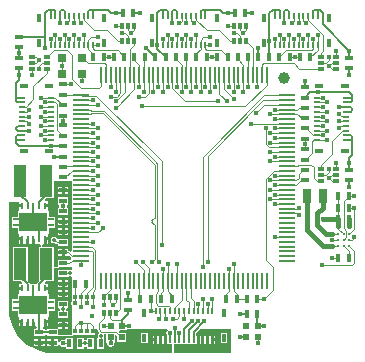
<source format=gtl>
G04*
G04 #@! TF.GenerationSoftware,Altium Limited,Altium Designer,25.8.1 (18)*
G04*
G04 Layer_Physical_Order=1*
G04 Layer_Color=255*
%FSLAX44Y44*%
%MOMM*%
G71*
G04*
G04 #@! TF.SameCoordinates,89BD97E8-7FFC-4123-A3EE-04367D590976*
G04*
G04*
G04 #@! TF.FilePolarity,Positive*
G04*
G01*
G75*
%ADD10C,0.1000*%
%ADD12R,0.5000X0.2500*%
%ADD13R,2.4000X1.6500*%
%ADD14R,0.2400X0.6000*%
%ADD15R,0.7000X0.4000*%
%ADD16R,0.4000X0.7000*%
%ADD17R,1.0000X2.7000*%
%ADD18R,0.3200X0.6500*%
%ADD19R,0.2200X0.4750*%
%ADD20R,0.4750X0.2200*%
%ADD21R,0.6500X0.3200*%
%ADD22R,1.4500X0.2000*%
%ADD23R,0.2000X1.4500*%
%ADD24R,0.3000X0.4500*%
%ADD25R,0.5500X0.5500*%
%ADD26R,0.7800X0.6800*%
%ADD27C,0.2500*%
%ADD28R,0.8000X1.3000*%
%ADD29R,0.3000X0.5000*%
%ADD30R,0.5000X0.3000*%
%ADD52C,1.0000*%
%ADD53C,0.2000*%
%ADD54C,0.4000*%
%ADD55C,0.0500*%
%ADD56C,0.3500*%
%ADD57C,0.4000*%
G36*
X54750Y143270D02*
X54750Y142000D01*
X54750D01*
Y142000D01*
X54750Y142000D01*
Y131270D01*
X54750Y130000D01*
X54750D01*
Y130000D01*
X54750Y130000D01*
Y126000D01*
Y115270D01*
X54750Y114000D01*
X54750D01*
Y114000D01*
X54750Y114000D01*
Y103270D01*
X54750Y102000D01*
X54750D01*
Y102000D01*
X54750Y102000D01*
Y91270D01*
X54750Y90000D01*
X54750D01*
Y90000D01*
X54750Y90000D01*
Y88205D01*
X53577Y87719D01*
X53148Y88148D01*
X52000Y88624D01*
Y90000D01*
X48770D01*
Y87000D01*
Y84000D01*
X52000D01*
X52000Y84000D01*
Y84000D01*
X53121Y83583D01*
X53852Y82852D01*
X54249Y82687D01*
Y81313D01*
X53852Y81148D01*
X53270Y80566D01*
X52000Y81000D01*
Y81000D01*
X43000D01*
Y75000D01*
X39500D01*
Y92000D01*
X30000D01*
Y93354D01*
X30300Y94500D01*
X31230Y94500D01*
Y98500D01*
X32500D01*
Y99770D01*
X34700D01*
X34700Y102311D01*
X35500Y103250D01*
X35500Y103439D01*
Y107750D01*
X40500D01*
Y112250D01*
X40500D01*
Y112750D01*
X40500D01*
Y117250D01*
X35500D01*
Y121750D01*
X35500D01*
X34700Y122500D01*
Y125230D01*
X32500D01*
Y127770D01*
X34700D01*
Y130500D01*
X32543D01*
X32057Y131673D01*
X33384Y133000D01*
X39500D01*
Y147500D01*
X54750D01*
Y143270D01*
D02*
G37*
G36*
X55000Y73229D02*
X53924Y72250D01*
X53203D01*
X52000Y72500D01*
Y72500D01*
X52000Y72500D01*
X43000D01*
Y66500D01*
X52000D01*
X52000Y66500D01*
Y66500D01*
X53203Y66750D01*
X54297D01*
X55000Y66280D01*
Y52500D01*
Y45743D01*
X54957Y45699D01*
X54500Y44597D01*
Y43403D01*
X54957Y42301D01*
X55000Y42257D01*
Y24000D01*
Y17500D01*
X43250D01*
Y21230D01*
X43250Y22500D01*
X44270Y22500D01*
X46230D01*
Y24230D01*
X43000D01*
Y23770D01*
X43000Y22500D01*
X41980Y22500D01*
X34250D01*
Y21539D01*
X32000D01*
Y22500D01*
X30825D01*
X30413Y23230D01*
X31079Y24500D01*
X31230D01*
Y28500D01*
X32500D01*
Y29770D01*
X34700D01*
X34700Y32311D01*
X35500Y33250D01*
X35500Y33439D01*
Y37750D01*
X40500D01*
Y42250D01*
X40500D01*
Y42750D01*
X40500D01*
Y47250D01*
X35500D01*
Y51750D01*
X35500D01*
X34700Y52500D01*
Y55230D01*
X32500D01*
Y57770D01*
X34700D01*
Y60500D01*
X32543D01*
X32057Y61673D01*
X33384Y63000D01*
X39500D01*
Y73918D01*
X43000D01*
X43765Y74235D01*
X44082Y75000D01*
X55000D01*
Y73229D01*
D02*
G37*
G36*
X10300Y127770D02*
X12500D01*
Y125230D01*
X10300D01*
Y122689D01*
X9500Y121750D01*
X9500D01*
Y117250D01*
X4500D01*
Y112750D01*
X4500D01*
Y112250D01*
X4500D01*
Y107750D01*
X9500D01*
X9500Y103250D01*
X10300Y102311D01*
X10300Y101980D01*
Y99770D01*
X12500D01*
Y98500D01*
X13770D01*
Y94500D01*
X14030D01*
X14700Y94500D01*
X15970Y94500D01*
X16230D01*
Y98500D01*
X18770D01*
Y94500D01*
X19030D01*
X19700Y94500D01*
X20970Y94500D01*
X21230D01*
Y98500D01*
X23770D01*
Y94500D01*
X24030D01*
X24700Y94500D01*
X25970Y94500D01*
X28280D01*
X28420Y94319D01*
X28918Y93354D01*
Y92000D01*
X27500D01*
Y63000D01*
X27500Y63000D01*
X27500D01*
X26719Y62103D01*
X26058Y61442D01*
X25763Y61000D01*
X24700Y60500D01*
X20608Y60500D01*
X20008Y60637D01*
X19237Y61000D01*
X18942Y61442D01*
X18275Y62109D01*
X17500Y63000D01*
X17500D01*
X17500Y63000D01*
Y92000D01*
X5500D01*
Y63000D01*
X11616D01*
X12943Y61673D01*
X12457Y60500D01*
X10300D01*
Y57770D01*
X12500D01*
Y55230D01*
X10300D01*
X10300Y52689D01*
X9500Y51750D01*
X9500Y51561D01*
Y47250D01*
X4500D01*
Y42750D01*
X4500D01*
Y42250D01*
X4500D01*
Y37750D01*
X9500D01*
X9500Y33250D01*
X10300Y32311D01*
X10300Y31980D01*
Y29770D01*
X12500D01*
Y28500D01*
X13770D01*
Y24500D01*
X14030D01*
X14700Y24500D01*
X15970Y24500D01*
X16230D01*
Y28500D01*
X18770D01*
Y24500D01*
X19030D01*
X19700Y24500D01*
X20970Y24500D01*
X21230D01*
Y28500D01*
X23770D01*
Y24500D01*
X24363D01*
X25187Y23432D01*
X24926Y22500D01*
X23000D01*
Y16500D01*
X32000D01*
Y17461D01*
X34250D01*
Y16500D01*
X43051D01*
X43250Y16418D01*
X55000D01*
X55765Y16735D01*
X56082Y17500D01*
X68730D01*
X70000Y17500D01*
Y17500D01*
X70000D01*
Y17500D01*
X75000D01*
Y22500D01*
X76376Y22500D01*
Y22000D01*
X76852Y20852D01*
X77982Y19722D01*
X77942Y18331D01*
X77169Y17558D01*
X76750Y16547D01*
Y15453D01*
X76898Y15096D01*
X76500Y14500D01*
X76500D01*
Y5500D01*
X82500D01*
Y14500D01*
X82500D01*
X82102Y15096D01*
X82250Y15453D01*
Y16547D01*
X82018Y17106D01*
X82597Y18231D01*
X82730Y18348D01*
X84000Y18235D01*
Y11500D01*
X84146D01*
X84750Y10597D01*
Y9403D01*
X85207Y8301D01*
X86051Y7457D01*
X87153Y7000D01*
X88347D01*
X89449Y7457D01*
X90293Y8301D01*
X90750Y9403D01*
Y10597D01*
X91354Y11500D01*
X91500D01*
Y16668D01*
X92660Y17175D01*
X93500Y16505D01*
Y11500D01*
X101000D01*
Y19000D01*
X95802D01*
X95068Y19891D01*
X95541Y21000D01*
X101000D01*
Y21000D01*
X102270Y21805D01*
X102403Y21750D01*
X103597D01*
X104699Y22207D01*
X104993Y22500D01*
X135544Y22500D01*
X135987Y21230D01*
X135457Y20699D01*
X135000Y19597D01*
Y18403D01*
X135366Y17520D01*
X135270Y17285D01*
Y12875D01*
Y9500D01*
X140000D01*
Y1624D01*
X40000D01*
X39766Y1527D01*
X33979Y1982D01*
X28105Y3392D01*
X22525Y5704D01*
X17375Y8860D01*
X12782Y12782D01*
X8860Y17375D01*
X5704Y22525D01*
X3392Y28105D01*
X1982Y33979D01*
X1527Y39766D01*
X1624Y40000D01*
Y130000D01*
X10300D01*
Y127770D01*
D02*
G37*
G36*
X190000Y1624D02*
X141082D01*
Y9500D01*
X160730D01*
Y12875D01*
Y16250D01*
X160039D01*
Y19155D01*
X163384Y22500D01*
X190000D01*
Y1624D01*
D02*
G37*
%LPC*%
G36*
X52000Y142500D02*
X48770D01*
Y140770D01*
X52000D01*
Y142500D01*
D02*
G37*
G36*
X46230D02*
X43000D01*
Y140770D01*
X46230D01*
Y142500D01*
D02*
G37*
G36*
X52000Y138230D02*
X48770D01*
Y136500D01*
X52000D01*
Y138230D01*
D02*
G37*
G36*
X46230D02*
X43000D01*
Y136500D01*
X46230D01*
Y138230D01*
D02*
G37*
G36*
X52000Y133500D02*
X43000D01*
Y127500D01*
X44064D01*
X44500Y126847D01*
Y125653D01*
X44064Y125000D01*
X43000D01*
Y119000D01*
X52000D01*
Y125000D01*
X50936D01*
X50500Y125653D01*
Y126847D01*
X50936Y127500D01*
X52000D01*
Y133500D01*
D02*
G37*
G36*
Y116000D02*
X48770D01*
Y114270D01*
X52000D01*
Y116000D01*
D02*
G37*
G36*
X46230D02*
X43000D01*
Y114270D01*
X46230D01*
Y116000D01*
D02*
G37*
G36*
X52000Y111730D02*
X48770D01*
Y110000D01*
X52000D01*
Y111730D01*
D02*
G37*
G36*
X46230D02*
X43000D01*
Y110000D01*
X46230D01*
Y111730D01*
D02*
G37*
G36*
X52000Y107500D02*
X48770D01*
Y105770D01*
X52000D01*
Y107500D01*
D02*
G37*
G36*
X46230D02*
X43000D01*
Y105770D01*
X46230D01*
Y107500D01*
D02*
G37*
G36*
X52000Y103230D02*
X48770D01*
Y101500D01*
X52000D01*
Y103230D01*
D02*
G37*
G36*
X46230D02*
X43000D01*
Y101500D01*
X46230D01*
Y103230D01*
D02*
G37*
G36*
X34700Y97230D02*
X33770D01*
Y94500D01*
X34700D01*
Y97230D01*
D02*
G37*
G36*
X40547Y100250D02*
X39453D01*
X38442Y99831D01*
X37669Y99058D01*
X37250Y98047D01*
Y96953D01*
X37669Y95942D01*
X38442Y95169D01*
X39453Y94750D01*
X40454D01*
X40852Y94352D01*
X42000Y93876D01*
X43000D01*
Y92500D01*
X52000D01*
Y98500D01*
X43000D01*
X42070Y99320D01*
X41558Y99831D01*
X40547Y100250D01*
D02*
G37*
G36*
X46230Y90000D02*
X43000D01*
Y88270D01*
X46230D01*
Y90000D01*
D02*
G37*
G36*
Y85730D02*
X43000D01*
Y84000D01*
X46230D01*
Y85730D01*
D02*
G37*
G36*
X52000Y63500D02*
X48770D01*
Y61770D01*
X52000D01*
Y63500D01*
D02*
G37*
G36*
X46230D02*
X43000D01*
Y61770D01*
X46230D01*
Y63500D01*
D02*
G37*
G36*
X52000Y59230D02*
X48770D01*
Y57500D01*
X52000D01*
Y59230D01*
D02*
G37*
G36*
X46230D02*
X43000D01*
Y57500D01*
X46230D01*
Y59230D01*
D02*
G37*
G36*
X52000Y55000D02*
X48770D01*
Y53270D01*
X52000D01*
Y55000D01*
D02*
G37*
G36*
X46230D02*
X43000D01*
Y53270D01*
X46230D01*
Y55000D01*
D02*
G37*
G36*
X52000Y50730D02*
X48770D01*
Y49000D01*
X52000D01*
Y50730D01*
D02*
G37*
G36*
X46230D02*
X43000D01*
Y49000D01*
X46230D01*
Y50730D01*
D02*
G37*
G36*
X52000Y46000D02*
X43000D01*
Y40000D01*
X44280D01*
X44750Y39297D01*
Y38203D01*
X44280Y37500D01*
X43000D01*
Y31500D01*
X52000D01*
Y37500D01*
X50720D01*
X50250Y38203D01*
Y39297D01*
X50720Y40000D01*
X52000D01*
Y46000D01*
D02*
G37*
G36*
Y28500D02*
X48770D01*
Y26770D01*
X52000D01*
Y28500D01*
D02*
G37*
G36*
X46230D02*
X43000D01*
Y26770D01*
X46230D01*
Y28500D01*
D02*
G37*
G36*
X34700Y27230D02*
X33770D01*
Y24500D01*
X34700D01*
Y27230D01*
D02*
G37*
G36*
X52000Y24230D02*
X48770D01*
Y22500D01*
X52000D01*
Y24230D01*
D02*
G37*
G36*
X11230Y97230D02*
X10300D01*
Y94500D01*
X11230D01*
Y97230D01*
D02*
G37*
G36*
Y27230D02*
X10300D01*
Y24500D01*
X11230D01*
Y27230D01*
D02*
G37*
G36*
X124730Y16250D02*
X123900D01*
Y14145D01*
X124730D01*
Y16250D01*
D02*
G37*
G36*
X73500Y14500D02*
X67500D01*
Y13220D01*
X66797Y12750D01*
X65703D01*
X65000Y13220D01*
Y14500D01*
X59000D01*
Y5500D01*
X65000D01*
Y6780D01*
X65703Y7250D01*
X66797D01*
X67500Y6780D01*
Y5500D01*
X73500D01*
Y14500D01*
D02*
G37*
G36*
X56000D02*
X50000D01*
Y13402D01*
X48730Y12738D01*
X48097Y13000D01*
X46903D01*
X45801Y12543D01*
X44957Y11699D01*
X44500Y10597D01*
X43497Y10635D01*
X43250Y11803D01*
Y13500D01*
X40020D01*
Y10500D01*
Y7500D01*
X43250D01*
Y8197D01*
X43497Y9365D01*
X44500Y9403D01*
X44957Y8301D01*
X45801Y7457D01*
X46903Y7000D01*
X48097D01*
X48730Y7262D01*
X50000Y6598D01*
Y5500D01*
X56000D01*
Y14500D01*
D02*
G37*
G36*
X32000Y13500D02*
X28770D01*
Y11770D01*
X32000D01*
Y13500D01*
D02*
G37*
G36*
X37480D02*
X34250D01*
Y11770D01*
X37480D01*
Y13500D01*
D02*
G37*
G36*
X26230D02*
X23000D01*
Y11770D01*
X26230D01*
Y13500D01*
D02*
G37*
G36*
X119100Y18400D02*
X113900D01*
Y9900D01*
X119100D01*
Y18400D01*
D02*
G37*
G36*
X132730Y16250D02*
X131270D01*
Y12875D01*
Y9500D01*
X132730D01*
Y12875D01*
Y16250D01*
D02*
G37*
G36*
X128730D02*
X127270D01*
Y12875D01*
Y9500D01*
X128730D01*
Y12875D01*
Y16250D01*
D02*
G37*
G36*
X124730Y11605D02*
X123900D01*
Y9500D01*
X124730D01*
Y11605D01*
D02*
G37*
G36*
X37480Y9230D02*
X34250D01*
Y7500D01*
X37480D01*
Y9230D01*
D02*
G37*
G36*
X32000D02*
X28770D01*
Y7500D01*
X32000D01*
Y9230D01*
D02*
G37*
G36*
X26230D02*
X23000D01*
Y7500D01*
X26230D01*
Y9230D01*
D02*
G37*
G36*
X176100Y16250D02*
X175270D01*
Y14145D01*
X176100D01*
Y16250D01*
D02*
G37*
G36*
X186100Y18400D02*
X180900D01*
Y9900D01*
X186100D01*
Y18400D01*
D02*
G37*
G36*
X176100Y11605D02*
X175270D01*
Y9500D01*
X176100D01*
Y11605D01*
D02*
G37*
G36*
X172730Y16250D02*
X171270D01*
Y12875D01*
Y9500D01*
X172730D01*
Y12875D01*
Y16250D01*
D02*
G37*
G36*
X168730D02*
X167270D01*
Y12875D01*
Y9500D01*
X168730D01*
Y12875D01*
Y16250D01*
D02*
G37*
G36*
X164730D02*
X163270D01*
Y12875D01*
Y9500D01*
X164730D01*
Y12875D01*
Y16250D01*
D02*
G37*
%LPD*%
D10*
X125000Y110420D02*
G03*
X124000Y111420I-1000J0D01*
G01*
X122610Y112128D02*
G03*
X123318Y111420I708J0D01*
G01*
Y114960D02*
G03*
X122610Y114252I0J-708D01*
G01*
X124000Y114960D02*
G03*
X125000Y115960I0J1000D01*
G01*
X40000Y97500D02*
X42000Y95500D01*
X47500D01*
Y122000D02*
Y130500D01*
Y10000D02*
X53000D01*
X66250D02*
X70500D01*
X62000D02*
X66250D01*
X79500D02*
Y16000D01*
X47500Y69500D02*
X53750D01*
X47500Y34500D02*
Y43000D01*
X67500Y49250D02*
Y52500D01*
X217000Y247000D02*
X243000D01*
X247500Y242500D01*
X266000D01*
X125000Y100051D02*
Y110420D01*
X123318Y111420D02*
X124000D01*
X122610Y112128D02*
Y114252D01*
X123318Y114960D02*
X124000D01*
X125000Y115960D02*
Y120000D01*
X108000Y250000D02*
X112000Y246000D01*
X108000Y250000D02*
Y252500D01*
X143000Y251000D02*
Y252500D01*
X152000D02*
X152000Y252500D01*
X195500Y250500D02*
X200000Y246000D01*
X195500Y250500D02*
Y252500D01*
X200000Y237000D02*
Y246000D01*
X204000Y252000D02*
X204500Y252500D01*
X204000Y237000D02*
Y252000D01*
X160500Y252500D02*
Y255500D01*
X164000Y259000D01*
Y262880D01*
X169500Y258000D02*
X181500D01*
X168000Y259500D02*
Y262880D01*
Y259500D02*
X169500Y258000D01*
X181500D02*
X187000Y252500D01*
X74500Y258000D02*
X94000D01*
X99500Y252500D01*
X69000Y259000D02*
X73000Y255000D01*
Y252500D02*
Y255000D01*
X69000Y259000D02*
Y262880D01*
X266000Y256000D02*
X267500Y257500D01*
X266000Y252500D02*
Y256000D01*
X279000Y252500D02*
Y257500D01*
X272500Y245000D02*
X275000Y242500D01*
X279000D01*
X272500Y250000D02*
Y252500D01*
X270000Y247500D02*
X272500Y250000D01*
X266000Y247500D02*
X270000D01*
X272500Y245000D02*
X275000Y247500D01*
X279000D01*
X294000Y106500D02*
Y125000D01*
X285000Y130500D02*
X289500Y135000D01*
X22500Y227500D02*
X34000Y239000D01*
Y242500D01*
X21000Y237500D02*
Y242500D01*
X25000Y252500D02*
X27500Y250000D01*
X21000Y252500D02*
X25000D01*
X27500Y242500D02*
Y245000D01*
X30000Y247500D01*
X34000D01*
X25000D02*
X27500Y250000D01*
X21000Y247500D02*
X25000D01*
X94000Y266000D02*
X97500D01*
X92500Y279000D02*
X97500D01*
X105000Y272500D02*
X107500Y275000D01*
Y279000D01*
X97500Y272500D02*
X100000D01*
X102500Y270000D01*
Y266000D02*
Y270000D01*
Y275000D02*
X105000Y272500D01*
X102500Y275000D02*
Y279000D01*
X189000Y266000D02*
X192500D01*
X187500Y279000D02*
X192500D01*
X200000Y272500D02*
X202500Y275000D01*
Y279000D01*
X192500Y272500D02*
X195000D01*
X197500Y270000D01*
Y266000D02*
Y270000D01*
Y275000D02*
X200000Y272500D01*
X197500Y275000D02*
Y279000D01*
X279000Y157500D02*
Y162500D01*
X272500Y150000D02*
X275000Y147500D01*
X279000D01*
X272500Y155000D02*
Y157500D01*
X270000Y152500D02*
X272500Y155000D01*
X266000Y152500D02*
X270000D01*
X272500Y150000D02*
X275000Y152500D01*
X279000D01*
X245000Y148000D02*
X247000Y150000D01*
Y153000D02*
X251000Y157000D01*
X247000Y150000D02*
Y153000D01*
X237000Y148000D02*
X245000D01*
X237000Y144000D02*
X245000D01*
X251000Y157000D02*
X252500D01*
X82500Y49000D02*
Y50500D01*
X88000Y56000D01*
Y63000D01*
X82500Y42500D02*
X82500Y42500D01*
Y49000D01*
X92500Y36000D02*
X96000Y39500D01*
Y63000D01*
X262880Y194000D02*
X267500D01*
X95836Y62836D02*
X96000Y63000D01*
X290000Y102500D02*
X294000Y106500D01*
X285000Y97500D02*
X287500Y100000D01*
X67500Y27500D02*
X70000D01*
X62500D02*
X67500D01*
X67500Y27500D02*
X67500Y27500D01*
X67500Y20750D02*
Y27500D01*
X62500D02*
X62500Y27500D01*
X62500Y20750D02*
Y27500D01*
X70000Y27500D02*
X72500Y25000D01*
Y20750D02*
Y25000D01*
X57500Y20750D02*
Y25000D01*
X192000Y54000D02*
X194500Y51500D01*
Y47500D02*
Y51500D01*
X185500D02*
X188000Y54000D01*
X185500Y47500D02*
Y51500D01*
X188000Y54000D02*
Y63000D01*
X192000Y54000D02*
Y63000D01*
X130500Y47500D02*
Y52500D01*
X139500Y47500D02*
Y50500D01*
X136000Y54000D02*
X139500Y50500D01*
X212000Y25000D02*
X212250Y24750D01*
X276000Y97500D02*
X280000D01*
X275500Y92500D02*
X280000D01*
X252500Y192000D02*
X253500D01*
X259500Y186000D01*
X262880D01*
X259000Y259500D02*
Y262880D01*
X257000Y252500D02*
X263000Y258500D01*
Y262880D01*
X73000Y259500D02*
X74500Y258000D01*
X73000Y259500D02*
Y262880D01*
X169500Y252500D02*
X178000D01*
X249500Y200500D02*
X252500D01*
X246000Y208000D02*
X247500Y209500D01*
X252500D01*
X237000Y208000D02*
X246000D01*
X52000Y87000D02*
X55000Y84000D01*
X47500Y78000D02*
X53000D01*
X55000Y80000D01*
X47500Y87000D02*
X52000D01*
X55000Y80000D02*
X63000D01*
X55000Y84000D02*
X63000D01*
X92500Y20000D02*
X97250Y15250D01*
X57500Y59500D02*
X58000Y60000D01*
X67000Y57000D02*
Y60000D01*
X57500Y49250D02*
Y59500D01*
X62500Y52500D02*
X67000Y57000D01*
X62500Y49250D02*
Y52500D01*
X87500Y45000D02*
Y49000D01*
Y45000D02*
X90000Y42500D01*
X92500Y45000D01*
Y49000D01*
X245000Y144000D02*
X249000Y148000D01*
X252500D01*
X116000Y251500D02*
X117000Y252500D01*
X148000Y237000D02*
Y246000D01*
X143000Y251000D02*
X148000Y246000D01*
X107500Y262500D02*
Y266000D01*
X104000Y259000D02*
X107500Y262500D01*
X237000Y160000D02*
X246000D01*
X247250Y161250D01*
X262500Y147500D02*
X266000D01*
X260000Y150000D02*
X262500Y147500D01*
X247250Y161250D02*
X257750D01*
X260000Y159000D01*
Y150000D02*
Y159000D01*
X208000Y237000D02*
Y246000D01*
X208750Y246750D01*
X216000Y237000D02*
Y246000D01*
X217000Y247000D01*
X84000Y237000D02*
Y246000D01*
X83000Y247000D02*
X84000Y246000D01*
X68300Y247000D02*
X83000D01*
X63650Y251650D02*
X68300Y247000D01*
X57500Y44000D02*
Y49250D01*
X62500Y41000D02*
Y49250D01*
X63000Y88000D02*
X72000D01*
X73000Y87000D01*
X63000Y92000D02*
X72000D01*
X75000Y89000D01*
X63000Y76000D02*
Y80000D01*
X262880Y218000D02*
X267500D01*
X164000Y262880D02*
Y267000D01*
X166000Y269000D01*
X251000Y262880D02*
Y268000D01*
X236000Y258000D02*
X257500D01*
X259000Y259500D01*
X230500Y252500D02*
X236000Y258000D01*
X168000Y262880D02*
X172000D01*
X166000Y269000D02*
X172000D01*
X227000Y262880D02*
Y268000D01*
X231000Y262880D02*
Y271000D01*
X235000Y262880D02*
Y268000D01*
X243000Y262880D02*
Y268000D01*
X239000Y262880D02*
Y271000D01*
X286951Y202169D02*
X287120Y202000D01*
X223000Y140000D02*
X237000D01*
X227000Y136000D02*
X237000D01*
X282831Y202169D02*
X286951D01*
X281000Y204000D02*
X282831Y202169D01*
X227000Y100000D02*
X237000D01*
X227000Y168000D02*
X237000D01*
X262880Y202000D02*
X267500D01*
X262880Y210000D02*
X267500D01*
X223000Y132000D02*
X237000D01*
X223000Y180000D02*
X237000D01*
X219000Y179000D02*
X222000Y176000D01*
X237000D01*
X247000Y262880D02*
Y271000D01*
X255000Y262880D02*
Y271000D01*
X208750Y246750D02*
Y259750D01*
X202500Y266000D02*
X208750Y259750D01*
X258000Y180500D02*
X259500Y182000D01*
X252500Y165500D02*
X258000Y171000D01*
Y180500D01*
X266000Y157500D02*
Y161000D01*
X281000Y198000D02*
X287120D01*
X281000Y198000D02*
X281000Y198000D01*
X247000Y281000D02*
Y287120D01*
X243000Y283000D02*
Y287120D01*
X241000Y281000D02*
X243000Y283000D01*
X251000Y283000D02*
Y287120D01*
Y283000D02*
X253000Y281000D01*
X263000Y262880D02*
Y271000D01*
X259000Y262880D02*
Y268000D01*
X255000Y284000D02*
Y287120D01*
Y284000D02*
X267500Y271500D01*
Y257500D02*
Y271500D01*
X85000Y275000D02*
X94000Y266000D01*
X61000Y262880D02*
Y267500D01*
X45000Y262880D02*
Y267500D01*
X53000Y283000D02*
Y287120D01*
X51000Y281000D02*
X53000Y283000D01*
X37000Y262880D02*
Y267500D01*
X148000Y262880D02*
Y268000D01*
X156000Y262880D02*
Y268000D01*
Y262880D02*
X156000Y262880D01*
X144000D02*
Y271000D01*
X144000Y271000D02*
X144000Y271000D01*
X152000Y262880D02*
Y271000D01*
X152000Y271000D02*
X152000Y271000D01*
X180000Y275000D02*
X189000Y266000D01*
X188000Y227000D02*
Y237000D01*
X196000Y227000D02*
Y237000D01*
X196000Y227000D02*
X196000Y227000D01*
X212000Y227000D02*
Y237000D01*
X227000Y192000D02*
X237000D01*
X219000Y179000D02*
Y192000D01*
X57000Y281000D02*
Y287120D01*
X152000Y281000D02*
Y287120D01*
X74000Y275000D02*
X85000D01*
X65169Y283831D02*
Y286951D01*
X61000Y283000D02*
X63000Y281000D01*
X65169Y283831D02*
X74000Y275000D01*
X61000Y283000D02*
Y287120D01*
X65000D02*
X65169Y286951D01*
X148000Y283000D02*
Y287120D01*
X146000Y281000D02*
X148000Y283000D01*
X12880Y198000D02*
X17000D01*
X12880Y206000D02*
X17000D01*
X12880Y210000D02*
X13049Y210169D01*
X22500Y216500D02*
Y227500D01*
X41000Y262880D02*
Y271000D01*
X49000Y262880D02*
Y271000D01*
X262880Y190000D02*
X271000D01*
X262880Y198000D02*
X271000D01*
X262880Y206000D02*
X271000D01*
X262880Y214000D02*
X271000D01*
X112000Y237000D02*
Y246000D01*
X53000Y262880D02*
Y267500D01*
X57000Y262880D02*
Y271000D01*
X65000Y262880D02*
Y271000D01*
X69000Y262880D02*
Y267000D01*
X112000Y227000D02*
Y237000D01*
X73000Y262880D02*
X77000D01*
X69000Y267000D02*
X71000Y269000D01*
X112000Y219000D02*
X117000D01*
X116000Y223000D02*
Y251500D01*
X219836Y236836D02*
X220000Y237000D01*
X219836Y228836D02*
Y236836D01*
X227000Y144000D02*
X237000D01*
X227000Y152000D02*
X237000D01*
X223000Y148000D02*
X237000D01*
X226000Y156000D02*
X237000D01*
X104000Y237000D02*
Y259000D01*
X82000Y252500D02*
X90500D01*
X71000Y269000D02*
X77000D01*
X169000Y275000D02*
X180000D01*
X160169Y283831D02*
X169000Y275000D01*
X158000Y281000D02*
Y281086D01*
X160169Y283831D02*
Y286951D01*
X156000Y283086D02*
X158000Y281086D01*
X156000Y283086D02*
Y287120D01*
X180000Y221000D02*
X186000Y215000D01*
X180000Y221000D02*
Y237000D01*
X212250Y10000D02*
Y15250D01*
X188000Y63000D02*
Y73000D01*
X192000Y63000D02*
Y77000D01*
X172000Y223000D02*
Y237000D01*
X172000Y223000D02*
X172000Y223000D01*
X176000Y227000D02*
Y237000D01*
X168000Y227000D02*
Y237000D01*
X164000Y222500D02*
Y237000D01*
X144000Y227000D02*
Y237000D01*
X117000Y219000D02*
X120000Y222000D01*
Y237000D01*
X124000Y222500D02*
Y223000D01*
X132000Y222500D02*
Y223000D01*
Y237000D01*
X124000Y223000D02*
Y237000D01*
X128000Y227000D02*
Y237000D01*
X152000Y227000D02*
Y252500D01*
X148000Y222500D02*
Y237000D01*
X160000Y227000D02*
Y237000D01*
X160000Y237000D01*
X156000Y222500D02*
Y237000D01*
X140000Y226000D02*
Y237000D01*
X136000Y227000D02*
Y237000D01*
X140000Y226000D02*
X151000Y215000D01*
X87500Y31500D02*
X89000Y30000D01*
X97000D01*
X97250Y29750D01*
X87500Y31500D02*
Y36000D01*
X239500Y252500D02*
X248000D01*
X204000Y227000D02*
Y237000D01*
X200000Y223000D02*
Y237000D01*
X192000Y223000D02*
Y237000D01*
X184000Y225000D02*
Y237000D01*
Y225000D02*
X192000Y217000D01*
X63000Y156000D02*
X73000D01*
X63000Y124000D02*
X73000D01*
X227000Y208000D02*
X237000D01*
X227000Y200000D02*
X237000D01*
X63000Y164000D02*
X73000D01*
X63000Y148000D02*
X73000D01*
X13049Y210169D02*
X16169D01*
X22500Y216500D01*
X17000Y206000D02*
X19000Y208000D01*
X29000Y194000D02*
X37120D01*
X29000Y218000D02*
X37120D01*
X32500Y198000D02*
X37120D01*
X32500Y190000D02*
X37120D01*
X32500Y182000D02*
X37120D01*
X29000Y186000D02*
X37120D01*
X73000Y180000D02*
X73000Y180000D01*
X73000Y172000D02*
X73000Y172000D01*
X63000Y180000D02*
X73000D01*
X63000Y172000D02*
X73000D01*
X63000Y128000D02*
X77000D01*
X63000Y136000D02*
X77000D01*
X63000Y152000D02*
X77000D01*
X77000Y160000D02*
X77000Y160000D01*
X63000Y168000D02*
X77000D01*
X77000Y168000D01*
X63000Y176000D02*
X77000D01*
X29000Y210000D02*
X37120D01*
X12880Y202000D02*
X19000D01*
X17000Y198000D02*
X19000Y196000D01*
X63000Y96000D02*
X73000D01*
X63000Y120000D02*
X77000D01*
X63000Y116000D02*
X73000D01*
X63000Y108000D02*
X73000D01*
X63000Y132000D02*
X73000D01*
X77000Y144000D02*
X77000Y144000D01*
X63000Y140000D02*
X73000D01*
X63000Y144000D02*
X77000D01*
X160000Y262880D02*
Y271000D01*
X160000Y271000D02*
X160000Y271000D01*
X281086Y192000D02*
X283086Y194000D01*
X283950Y190000D02*
X287120D01*
X281000Y192000D02*
X281086D01*
X283086Y194000D02*
X287120D01*
X252500Y174500D02*
Y183000D01*
X140000Y268000D02*
X140000Y268000D01*
X136000Y262880D02*
Y271000D01*
X140000Y262880D02*
Y268000D01*
X132000Y268000D02*
X132000Y268000D01*
Y262880D02*
Y268000D01*
X63000Y160000D02*
X77000D01*
X48000D02*
X63000D01*
X47500Y159500D02*
X48000Y160000D01*
X55000Y156000D02*
X63000D01*
X49500Y150500D02*
X55000Y156000D01*
X47500Y150500D02*
X49500D01*
X37120Y218000D02*
X41000D01*
X47500Y211500D01*
X42000Y191000D02*
X47500Y185500D01*
X42000Y191000D02*
Y213000D01*
X41000Y214000D02*
X42000Y213000D01*
X37120Y214000D02*
X41000D01*
X32500D02*
X37120D01*
X78000Y226000D02*
X80000Y228000D01*
Y237000D01*
X48000Y220000D02*
X63000D01*
X47500Y220500D02*
X48000Y220000D01*
X88000Y227000D02*
Y237000D01*
X63000Y112000D02*
X77000D01*
X80000Y20000D02*
X92500D01*
X82500Y24750D02*
X87750D01*
X78000Y22000D02*
X80000Y20000D01*
X82500Y31500D02*
Y36000D01*
X78000Y22000D02*
Y27000D01*
X82500Y31500D01*
X63436Y231786D02*
Y238136D01*
X63650Y238350D01*
X29000Y202000D02*
X37120D01*
X32500Y206000D02*
X37120D01*
X47500Y194500D02*
Y202500D01*
X63000Y220000D02*
X63164Y219836D01*
X108000Y225000D02*
Y237000D01*
X63000Y216000D02*
X73000D01*
X63000Y212000D02*
X77000D01*
X63164Y219836D02*
X75164D01*
X77000Y104000D02*
X81000Y108000D01*
X63000Y104000D02*
X77000D01*
X218000Y212000D02*
X237000D01*
X223000Y204000D02*
X246000D01*
X249500Y200500D01*
X211000Y205000D02*
X218000Y212000D01*
X223000Y172000D02*
X237000D01*
X223000Y188000D02*
X237000D01*
X227000Y184000D02*
X237000D01*
X223000Y164000D02*
X237000D01*
X92000Y223000D02*
Y237000D01*
Y209000D02*
X108000Y225000D01*
X93000Y219000D02*
X96000Y222000D01*
Y237000D01*
X88000Y219000D02*
X93000D01*
X92000Y215000D02*
X100000Y223000D01*
Y237000D01*
X275000Y181050D02*
X283950Y190000D01*
X266000Y161000D02*
X275000Y170000D01*
Y181050D01*
X259500Y182000D02*
X262880D01*
X271000D01*
X262880Y186000D02*
X267500D01*
X152000Y47000D02*
X154000Y45000D01*
Y37120D02*
Y45000D01*
X152000Y47000D02*
Y63000D01*
X130500Y52500D02*
X132000Y54000D01*
X77000Y184000D02*
X77000Y184000D01*
X63000Y188000D02*
X73000D01*
X63000Y184000D02*
X77000D01*
X63000Y192000D02*
X77000D01*
X63000Y196000D02*
X73000D01*
X77000Y192000D02*
X77000Y192000D01*
X114000Y211000D02*
X202000D01*
X219836Y228836D01*
X151000Y215000D02*
X179000D01*
X70750Y204000D02*
X71750Y205000D01*
X63000Y204000D02*
X70750D01*
Y208000D02*
X71750Y207000D01*
X63000Y208000D02*
X70750D01*
X67500Y44000D02*
Y49250D01*
X73000Y58000D02*
Y87000D01*
X67500Y52500D02*
X73000Y58000D01*
X72500Y41000D02*
Y49250D01*
X75000Y56000D02*
Y89000D01*
X72500Y53500D02*
X75000Y56000D01*
X72500Y49250D02*
Y53500D01*
X219000Y149000D02*
X226000Y156000D01*
X194500Y47500D02*
X203000D01*
X174000Y37120D02*
Y47500D01*
X212000D02*
X217500D01*
X166000Y37120D02*
Y47500D01*
X217000Y216000D02*
X237000D01*
X218000Y220000D02*
X237000D01*
X156000Y48000D02*
Y63000D01*
X170000Y169000D02*
X217000Y216000D01*
X166000Y168000D02*
X218000Y220000D01*
X115000Y79000D02*
X120000Y74000D01*
Y63000D02*
Y74000D01*
X116000Y63000D02*
Y72000D01*
X109000Y79000D02*
X116000Y72000D01*
X112000Y48500D02*
Y63000D01*
X144000D02*
Y77000D01*
X132000Y54000D02*
Y73000D01*
X136000Y54000D02*
Y77000D01*
X225000Y55000D02*
Y75000D01*
X217500Y47500D02*
X225000Y55000D01*
X166000Y75000D02*
Y168000D01*
X170000Y79000D02*
Y169000D01*
X127000Y81086D02*
X129000Y79086D01*
Y79000D02*
Y79086D01*
X123000D02*
X125000Y81086D01*
X123000Y79000D02*
Y79086D01*
X75164Y219836D02*
X131000Y164000D01*
Y93000D02*
Y164000D01*
X142000Y41000D02*
X148000Y47000D01*
Y63000D01*
X142000Y37120D02*
Y41000D01*
X125000Y81086D02*
Y100051D01*
X275000Y82500D02*
X280500D01*
X285000Y92500D02*
X289500Y88000D01*
Y82500D02*
Y88000D01*
Y135000D02*
X294000D01*
X280500Y115000D02*
Y125000D01*
Y135000D01*
X289500Y125000D02*
X294000D01*
X219000Y81000D02*
Y149000D01*
Y81000D02*
X225000Y75000D01*
X227000Y128000D02*
X237000D01*
Y124000D02*
X246000D01*
X247000Y125000D01*
X237000Y120000D02*
X246000D01*
X247000Y119000D01*
X290000Y92500D02*
X294000Y88500D01*
Y78000D02*
Y88500D01*
X292000Y76000D02*
X294000Y78000D01*
X267000Y76000D02*
X292000D01*
X55000Y234000D02*
X63000Y226000D01*
X78000D01*
X55000Y234000D02*
Y254000D01*
X34000Y252500D02*
X39500Y258000D01*
X51000D01*
X55000Y254000D01*
X47000Y245000D02*
Y251000D01*
X46350Y251650D02*
X47000Y251000D01*
Y239000D02*
Y245000D01*
X46350Y238350D02*
X47000Y239000D01*
X47500Y229500D02*
X54000D01*
X47500D02*
X48000Y230000D01*
X57500Y25000D02*
X60000Y27500D01*
X62500D01*
X128000Y54000D02*
Y63000D01*
X126000Y52000D02*
X128000Y54000D01*
X126000Y44000D02*
Y52000D01*
Y44000D02*
X128000Y42000D01*
X137000D01*
X138000Y41000D01*
Y37120D02*
Y41000D01*
X122000Y37120D02*
X126000D01*
X130000Y32812D02*
Y37120D01*
X134000Y32812D02*
Y37120D01*
X135000Y31000D02*
Y31812D01*
X129000D02*
X130000Y32812D01*
X134000Y32812D02*
X135000Y31812D01*
X129000Y31000D02*
Y31812D01*
X125642Y37478D02*
X126000Y37120D01*
X122000D02*
Y47500D01*
X170000Y43000D02*
X170000Y43000D01*
Y37120D02*
Y43000D01*
X158000Y37120D02*
Y46000D01*
X156000Y48000D02*
X158000Y46000D01*
X162000Y37120D02*
Y43000D01*
X150000Y31000D02*
Y37120D01*
X144000Y31000D02*
X146000Y33000D01*
Y37120D01*
X141000Y31000D02*
X144000D01*
X275500Y102500D02*
X280000D01*
X293426Y99426D02*
X294000Y100000D01*
X293426Y98547D02*
Y99426D01*
X290000Y97500D02*
X292379D01*
X293426Y98547D01*
X285000Y107828D02*
X287500Y105328D01*
X285000Y107828D02*
Y130500D01*
X287500Y105000D02*
Y105328D01*
X280500Y107000D02*
Y109000D01*
Y107000D02*
X285000Y102500D01*
X125828Y163172D02*
X127000Y162000D01*
X125000Y120000D02*
Y161172D01*
X125828Y163172D02*
X125828D01*
X71750Y207000D02*
X82000D01*
X125828Y163172D01*
X81172Y205000D02*
X125000Y161172D01*
X71750Y205000D02*
X81172D01*
X125000Y161172D02*
X125000D01*
X127000Y81086D02*
Y120000D01*
Y162000D01*
X207000Y196000D02*
X237000D01*
D12*
X8000Y110000D02*
D03*
Y115000D02*
D03*
X37000Y110000D02*
D03*
Y115000D02*
D03*
Y45000D02*
D03*
Y40000D02*
D03*
X8000Y45000D02*
D03*
Y40000D02*
D03*
D13*
X22500Y112500D02*
D03*
Y42500D02*
D03*
D14*
X32500Y98500D02*
D03*
X27500D02*
D03*
X22500D02*
D03*
X17500D02*
D03*
X12500D02*
D03*
Y126500D02*
D03*
X17500D02*
D03*
X22500D02*
D03*
X27500D02*
D03*
X32500D02*
D03*
Y56500D02*
D03*
X27500D02*
D03*
X22500D02*
D03*
X17500D02*
D03*
X12500D02*
D03*
Y28500D02*
D03*
X17500D02*
D03*
X22500D02*
D03*
X27500D02*
D03*
X32500D02*
D03*
D15*
X47500Y104500D02*
D03*
Y95500D02*
D03*
Y113000D02*
D03*
Y122000D02*
D03*
X27500Y10500D02*
D03*
Y19500D02*
D03*
X38750D02*
D03*
Y10500D02*
D03*
X47500Y25500D02*
D03*
Y34500D02*
D03*
X252500Y157000D02*
D03*
Y148000D02*
D03*
Y209500D02*
D03*
Y200500D02*
D03*
X47500Y87000D02*
D03*
Y78000D02*
D03*
Y159500D02*
D03*
Y150500D02*
D03*
Y130500D02*
D03*
Y139500D02*
D03*
Y43000D02*
D03*
Y52000D02*
D03*
Y69500D02*
D03*
Y60500D02*
D03*
Y168000D02*
D03*
Y177000D02*
D03*
X10000Y260500D02*
D03*
Y269500D02*
D03*
X252500Y227000D02*
D03*
Y218000D02*
D03*
X102500Y47000D02*
D03*
Y38000D02*
D03*
X290000Y148000D02*
D03*
Y157000D02*
D03*
Y243000D02*
D03*
Y252000D02*
D03*
X10000Y252000D02*
D03*
Y243000D02*
D03*
X47500Y185500D02*
D03*
Y194500D02*
D03*
X252500Y192000D02*
D03*
Y183000D02*
D03*
X47500Y211500D02*
D03*
Y202500D02*
D03*
X252500Y165500D02*
D03*
Y174500D02*
D03*
X47500Y229500D02*
D03*
Y220500D02*
D03*
D16*
X70500Y10000D02*
D03*
X79500D02*
D03*
X62000D02*
D03*
X53000D02*
D03*
X185500Y47500D02*
D03*
X194500D02*
D03*
X130500D02*
D03*
X139500D02*
D03*
X195500Y252500D02*
D03*
X204500D02*
D03*
X143000D02*
D03*
X152000D02*
D03*
X108000D02*
D03*
X117000D02*
D03*
X125500D02*
D03*
X134500D02*
D03*
X213000D02*
D03*
X222000D02*
D03*
X67000Y60000D02*
D03*
X58000D02*
D03*
X289500Y115000D02*
D03*
X280500D02*
D03*
Y82500D02*
D03*
X289500D02*
D03*
X203000Y35000D02*
D03*
X212000D02*
D03*
X202000Y290000D02*
D03*
X193000D02*
D03*
X107000D02*
D03*
X98000D02*
D03*
X212000Y47500D02*
D03*
X203000D02*
D03*
X122000D02*
D03*
X113000D02*
D03*
X73000Y252500D02*
D03*
X82000D02*
D03*
X160500D02*
D03*
X169500D02*
D03*
X230500D02*
D03*
X239500D02*
D03*
X99500D02*
D03*
X90500D02*
D03*
X187000D02*
D03*
X178000D02*
D03*
X257000D02*
D03*
X248000D02*
D03*
X289500Y125000D02*
D03*
X280500D02*
D03*
X289500Y135000D02*
D03*
X280500D02*
D03*
D17*
X11500Y147500D02*
D03*
X33500D02*
D03*
Y77500D02*
D03*
X11500D02*
D03*
D18*
X116500Y14150D02*
D03*
X183500D02*
D03*
Y35850D02*
D03*
X116500D02*
D03*
X82500Y285850D02*
D03*
X27500D02*
D03*
Y264150D02*
D03*
X82500D02*
D03*
X177500Y285850D02*
D03*
X122500D02*
D03*
Y264150D02*
D03*
X177500D02*
D03*
X272500Y285850D02*
D03*
X217500D02*
D03*
Y264150D02*
D03*
X272500D02*
D03*
D19*
X174000Y37120D02*
D03*
X170000D02*
D03*
X166000D02*
D03*
X162000D02*
D03*
X158000D02*
D03*
X154000D02*
D03*
X150000D02*
D03*
X146000D02*
D03*
X142000D02*
D03*
X138000D02*
D03*
X134000D02*
D03*
X130000D02*
D03*
X126000D02*
D03*
X174000Y12875D02*
D03*
X170000D02*
D03*
X166000D02*
D03*
X162000D02*
D03*
X158000D02*
D03*
X154000D02*
D03*
X150000D02*
D03*
X146000D02*
D03*
X142000D02*
D03*
X138000D02*
D03*
X134000D02*
D03*
X130000D02*
D03*
X126000D02*
D03*
X57000Y287120D02*
D03*
X53000D02*
D03*
X61000D02*
D03*
X49000D02*
D03*
X73000D02*
D03*
X69000D02*
D03*
X65000D02*
D03*
X37000Y262880D02*
D03*
X41000D02*
D03*
X45000D02*
D03*
X49000D02*
D03*
X53000D02*
D03*
X57000D02*
D03*
X61000D02*
D03*
X65000D02*
D03*
X69000D02*
D03*
X73000D02*
D03*
X37000Y287120D02*
D03*
X41000D02*
D03*
X45000D02*
D03*
X152000D02*
D03*
X148000D02*
D03*
X156000D02*
D03*
X144000D02*
D03*
X168000D02*
D03*
X164000D02*
D03*
X160000D02*
D03*
X132000Y262880D02*
D03*
X136000D02*
D03*
X140000D02*
D03*
X144000D02*
D03*
X148000D02*
D03*
X152000D02*
D03*
X156000D02*
D03*
X160000D02*
D03*
X164000D02*
D03*
X168000D02*
D03*
X132000Y287120D02*
D03*
X136000D02*
D03*
X140000D02*
D03*
X247000D02*
D03*
X243000D02*
D03*
X251000D02*
D03*
X239000D02*
D03*
X263000D02*
D03*
X259000D02*
D03*
X255000D02*
D03*
X227000Y262880D02*
D03*
X231000D02*
D03*
X235000D02*
D03*
X239000D02*
D03*
X243000D02*
D03*
X247000D02*
D03*
X251000D02*
D03*
X255000D02*
D03*
X259000D02*
D03*
X263000D02*
D03*
X227000Y287120D02*
D03*
X231000D02*
D03*
X235000D02*
D03*
D20*
X12880Y202000D02*
D03*
Y198000D02*
D03*
Y206000D02*
D03*
Y194000D02*
D03*
Y218000D02*
D03*
Y214000D02*
D03*
Y210000D02*
D03*
X37120Y182000D02*
D03*
Y186000D02*
D03*
Y190000D02*
D03*
Y194000D02*
D03*
Y198000D02*
D03*
Y202000D02*
D03*
Y206000D02*
D03*
Y210000D02*
D03*
Y214000D02*
D03*
Y218000D02*
D03*
X12880Y182000D02*
D03*
Y186000D02*
D03*
Y190000D02*
D03*
X287120Y198000D02*
D03*
Y202000D02*
D03*
Y194000D02*
D03*
Y206000D02*
D03*
Y182000D02*
D03*
Y186000D02*
D03*
Y190000D02*
D03*
X262880Y218000D02*
D03*
Y214000D02*
D03*
Y210000D02*
D03*
Y206000D02*
D03*
Y202000D02*
D03*
Y198000D02*
D03*
Y194000D02*
D03*
Y190000D02*
D03*
Y186000D02*
D03*
Y182000D02*
D03*
X287120Y218000D02*
D03*
Y214000D02*
D03*
Y210000D02*
D03*
D21*
X14150Y227500D02*
D03*
Y172500D02*
D03*
X35850D02*
D03*
Y227500D02*
D03*
X285850Y172500D02*
D03*
Y227500D02*
D03*
X264150D02*
D03*
Y172500D02*
D03*
D22*
X237000Y108000D02*
D03*
Y100000D02*
D03*
Y96000D02*
D03*
Y88000D02*
D03*
Y80000D02*
D03*
Y84000D02*
D03*
Y104000D02*
D03*
Y92000D02*
D03*
Y180000D02*
D03*
Y176000D02*
D03*
Y160000D02*
D03*
Y172000D02*
D03*
Y184000D02*
D03*
Y164000D02*
D03*
Y152000D02*
D03*
Y168000D02*
D03*
Y156000D02*
D03*
Y112000D02*
D03*
Y132000D02*
D03*
Y128000D02*
D03*
Y136000D02*
D03*
Y140000D02*
D03*
Y144000D02*
D03*
Y148000D02*
D03*
Y120000D02*
D03*
Y124000D02*
D03*
Y116000D02*
D03*
Y196000D02*
D03*
Y216000D02*
D03*
Y204000D02*
D03*
Y212000D02*
D03*
Y208000D02*
D03*
Y188000D02*
D03*
Y200000D02*
D03*
Y220000D02*
D03*
Y192000D02*
D03*
X63000Y80000D02*
D03*
Y84000D02*
D03*
Y88000D02*
D03*
Y92000D02*
D03*
Y96000D02*
D03*
Y100000D02*
D03*
Y104000D02*
D03*
Y108000D02*
D03*
Y112000D02*
D03*
Y116000D02*
D03*
Y120000D02*
D03*
Y124000D02*
D03*
Y128000D02*
D03*
Y132000D02*
D03*
Y136000D02*
D03*
Y140000D02*
D03*
Y144000D02*
D03*
Y148000D02*
D03*
Y152000D02*
D03*
Y156000D02*
D03*
Y160000D02*
D03*
Y164000D02*
D03*
Y168000D02*
D03*
Y172000D02*
D03*
Y176000D02*
D03*
Y180000D02*
D03*
Y184000D02*
D03*
Y188000D02*
D03*
Y192000D02*
D03*
Y196000D02*
D03*
Y200000D02*
D03*
Y204000D02*
D03*
Y208000D02*
D03*
Y212000D02*
D03*
Y216000D02*
D03*
Y220000D02*
D03*
D23*
X80000Y63000D02*
D03*
X116000D02*
D03*
X128000D02*
D03*
X120000D02*
D03*
X124000D02*
D03*
X132000D02*
D03*
X136000D02*
D03*
X140000D02*
D03*
X144000D02*
D03*
X148000D02*
D03*
X152000D02*
D03*
X156000D02*
D03*
X92000D02*
D03*
X220000D02*
D03*
X196000D02*
D03*
X200000D02*
D03*
X180000D02*
D03*
X216000D02*
D03*
X212000D02*
D03*
X208000D02*
D03*
X184000D02*
D03*
X188000D02*
D03*
X192000D02*
D03*
X204000D02*
D03*
X172000D02*
D03*
X176000D02*
D03*
X168000D02*
D03*
X164000D02*
D03*
X84000D02*
D03*
X88000D02*
D03*
X160000D02*
D03*
X96000D02*
D03*
X100000D02*
D03*
X104000D02*
D03*
X108000D02*
D03*
X112000D02*
D03*
X80000Y237000D02*
D03*
X84000D02*
D03*
X88000D02*
D03*
X92000D02*
D03*
X96000D02*
D03*
X100000D02*
D03*
X104000D02*
D03*
X108000D02*
D03*
X112000D02*
D03*
X116000D02*
D03*
X120000D02*
D03*
X124000D02*
D03*
X128000D02*
D03*
X132000D02*
D03*
X136000D02*
D03*
X140000D02*
D03*
X144000D02*
D03*
X148000D02*
D03*
X152000D02*
D03*
X156000D02*
D03*
X160000D02*
D03*
X164000D02*
D03*
X168000D02*
D03*
X172000D02*
D03*
X176000D02*
D03*
X180000D02*
D03*
X184000D02*
D03*
X188000D02*
D03*
X192000D02*
D03*
X196000D02*
D03*
X200000D02*
D03*
X204000D02*
D03*
X208000D02*
D03*
X212000D02*
D03*
X216000D02*
D03*
X220000D02*
D03*
D24*
X72500Y49250D02*
D03*
Y20750D02*
D03*
X57500Y49250D02*
D03*
X62500D02*
D03*
X67500D02*
D03*
Y20750D02*
D03*
X62500D02*
D03*
X57500D02*
D03*
D25*
X87750Y15250D02*
D03*
Y24750D02*
D03*
X97250D02*
D03*
Y15250D02*
D03*
X202750D02*
D03*
Y24750D02*
D03*
X212250D02*
D03*
Y15250D02*
D03*
D26*
X63650Y251650D02*
D03*
Y238350D02*
D03*
X46350D02*
D03*
Y251650D02*
D03*
D27*
X285000Y97500D02*
D03*
X280000D02*
D03*
Y102500D02*
D03*
X285000D02*
D03*
X290000D02*
D03*
Y97500D02*
D03*
Y92500D02*
D03*
X285000D02*
D03*
X280000D02*
D03*
D28*
X254400Y135000D02*
D03*
X267500D02*
D03*
D29*
X82500Y36000D02*
D03*
Y49000D02*
D03*
X87500D02*
D03*
X92500D02*
D03*
X87500Y36000D02*
D03*
X92500D02*
D03*
X192500Y266000D02*
D03*
Y279000D02*
D03*
X197500D02*
D03*
X202500D02*
D03*
X197500Y266000D02*
D03*
X202500D02*
D03*
X97500D02*
D03*
Y279000D02*
D03*
X102500D02*
D03*
X107500D02*
D03*
X102500Y266000D02*
D03*
X107500D02*
D03*
D30*
X266000Y157500D02*
D03*
X279000D02*
D03*
Y152500D02*
D03*
Y147500D02*
D03*
X266000Y152500D02*
D03*
Y147500D02*
D03*
X34000Y242500D02*
D03*
X21000D02*
D03*
Y247500D02*
D03*
Y252500D02*
D03*
X34000Y247500D02*
D03*
Y252500D02*
D03*
X266000D02*
D03*
X279000D02*
D03*
Y247500D02*
D03*
Y242500D02*
D03*
X266000Y247500D02*
D03*
Y242500D02*
D03*
D52*
X235000Y235000D02*
D03*
D53*
X27500Y19500D02*
X29000D01*
X30000D01*
X29000D02*
X38750D01*
X27500Y28500D02*
Y35000D01*
X26500Y19500D02*
X27500Y20500D01*
Y28500D01*
Y98500D02*
Y105000D01*
X22500Y120000D02*
Y126500D01*
X27500Y130000D02*
X33500Y136000D01*
Y147500D01*
X11500Y136000D02*
X17500Y130000D01*
X11500Y136000D02*
Y147500D01*
X17500Y126500D02*
Y130000D01*
X27500Y126500D02*
Y130000D01*
X22500Y50000D02*
Y56500D01*
X11500Y66000D02*
X17500Y60000D01*
X11500Y66000D02*
Y77500D01*
X17500Y56500D02*
Y60000D01*
X27500Y60000D02*
X33500Y66000D01*
Y77500D01*
X27500Y56500D02*
Y60000D01*
X252500Y227000D02*
Y232500D01*
X290000Y237500D02*
Y243000D01*
X263000Y287120D02*
Y292500D01*
X259000Y291500D02*
X260000Y292500D01*
X259000Y287120D02*
Y291500D01*
X265000Y292500D02*
X267500Y290000D01*
Y280000D02*
Y290000D01*
Y280000D02*
X290000Y257500D01*
Y252000D02*
Y257500D01*
X207500Y290000D02*
X207500Y290000D01*
X202000Y290000D02*
X207500D01*
X112500D02*
X112500Y290000D01*
X107000Y290000D02*
X112500D01*
X10000Y252000D02*
X10000Y252000D01*
Y260500D01*
X290000Y142500D02*
Y148000D01*
X7500Y218000D02*
X12880D01*
X7500Y215000D02*
X8500Y214000D01*
X12880D01*
X164000Y291500D02*
X165000Y292500D01*
X164000Y287120D02*
Y291500D01*
X10000Y269500D02*
X32500D01*
X135000Y292500D02*
X136000Y291500D01*
Y287120D02*
Y291500D01*
X230000Y292500D02*
X231000Y291500D01*
Y287120D02*
Y291500D01*
X287120Y218000D02*
X292500D01*
X291500Y214000D02*
X292500Y215000D01*
X287120Y214000D02*
X291500D01*
X290000Y222500D02*
X292500Y220000D01*
X252500Y218000D02*
X257000Y222500D01*
X287120Y182000D02*
X292500D01*
X291500Y186000D02*
X292500Y185000D01*
X287120Y186000D02*
X291500D01*
X212000Y25000D02*
Y35000D01*
X97250Y24750D02*
Y29750D01*
X102500Y35000D02*
Y38000D01*
X97250Y29750D02*
X102500Y35000D01*
X197500Y15250D02*
X202750D01*
X197500Y35000D02*
X203000D01*
X102500Y47000D02*
Y52500D01*
X127500Y290000D02*
X130000Y292500D01*
X32500Y269500D02*
Y290000D01*
X180500Y292500D02*
X183000Y290000D01*
X290000Y157000D02*
Y167000D01*
X292500Y169500D02*
Y185000D01*
X290000Y167000D02*
X292500Y169500D01*
X7500Y230500D02*
X10000Y233000D01*
X287120Y206000D02*
X291000D01*
X292500Y207500D01*
X291000Y210000D02*
X292500Y208500D01*
Y207500D02*
Y208500D01*
X213000Y252500D02*
Y260000D01*
X287120Y210000D02*
X291000D01*
X235000Y287120D02*
Y291000D01*
Y281000D02*
Y287120D01*
X236500Y292500D02*
X237500D01*
X235000Y291000D02*
X236500Y292500D01*
X237500D02*
X239000Y291000D01*
Y287120D02*
Y291000D01*
X141500Y292500D02*
X142500D01*
X140000Y291000D02*
X141500Y292500D01*
X142500D02*
X144000Y291000D01*
Y287120D02*
Y291000D01*
X45000Y287120D02*
Y291000D01*
Y281000D02*
Y287120D01*
X46500Y292500D02*
X47500D01*
X45000Y291000D02*
X46500Y292500D01*
X47500D02*
X49000Y291000D01*
Y287120D02*
Y291000D01*
X7500Y191500D02*
Y192500D01*
X97250Y24750D02*
X103000D01*
X212250D02*
X217500D01*
X87750Y10000D02*
Y15250D01*
X32500Y260000D02*
Y269500D01*
X222000Y252500D02*
X222050Y252550D01*
Y266000D01*
X222100Y266050D01*
X9000Y194000D02*
X12880D01*
X7500Y192500D02*
X9000Y194000D01*
X7500Y185000D02*
X8500Y186000D01*
X12880D01*
X7500Y191500D02*
X9000Y190000D01*
X19000D01*
X140000Y287120D02*
Y291000D01*
Y281000D02*
Y287120D01*
X127500Y259500D02*
X134500Y252500D01*
X118000Y260000D02*
X125500Y252500D01*
X40000Y168000D02*
X47500D01*
X281000Y210000D02*
X287120D01*
X32500Y290000D02*
X35000Y292500D01*
X40000D02*
X41000Y291500D01*
X37000Y287120D02*
Y292500D01*
X41000Y287120D02*
Y291500D01*
X69000Y287120D02*
Y291500D01*
X73000Y287120D02*
Y292500D01*
X69000Y291500D02*
X70000Y292500D01*
X85500D02*
X88000Y290000D01*
X70000Y292500D02*
X85500D01*
X88000Y290000D02*
X98000D01*
X35000Y292500D02*
X40000D01*
X8000Y182000D02*
X12880D01*
X7500Y180000D02*
X10000Y177500D01*
X7500Y180000D02*
Y185000D01*
X10000Y177500D02*
X37000D01*
X47500D01*
X7500Y215000D02*
Y230500D01*
X10000Y233000D02*
Y243000D01*
X292500Y215000D02*
Y220000D01*
X257000Y222500D02*
X263000D01*
X290000D01*
X260000Y292500D02*
X265000D01*
X225000D02*
X227000D01*
X230000D01*
X227000Y287120D02*
Y292500D01*
X168000Y287120D02*
Y292500D01*
X165000Y292500D02*
X180500D01*
X183000Y290000D02*
X193000D01*
X130000Y292500D02*
X132000D01*
X135000D01*
X132000Y287120D02*
Y292500D01*
X127500Y259500D02*
Y263000D01*
Y290000D01*
X222100Y266050D02*
Y289600D01*
X225000Y292500D01*
X170000Y12875D02*
X170000Y12875D01*
X138000D02*
Y18000D01*
X146000Y12875D02*
Y19000D01*
X142000Y12875D02*
Y23000D01*
X150000Y12875D02*
Y22000D01*
X157000Y29000D01*
X154000Y12875D02*
Y21000D01*
X162000Y29000D01*
X158000Y12875D02*
Y20000D01*
X167000Y29000D01*
D54*
X267500Y125000D02*
Y135000D01*
X262500Y120000D02*
X267500Y125000D01*
X262500Y110000D02*
X270000Y102500D01*
X262500Y110000D02*
Y120000D01*
X254400Y105600D02*
Y135000D01*
Y105600D02*
X267500Y92500D01*
X275500D01*
X268000Y115000D02*
X280500D01*
X270000Y102500D02*
X275500D01*
X280500Y109000D02*
Y115000D01*
X289500Y109000D02*
Y115000D01*
D55*
X287500Y100000D02*
Y105000D01*
D56*
X40000Y97500D02*
D03*
X66250Y10000D02*
D03*
X79500Y16000D02*
D03*
X53750Y69500D02*
D03*
X47500Y38750D02*
D03*
D57*
Y126250D02*
D03*
X46250Y20000D02*
D03*
X47500Y10000D02*
D03*
X40000Y25000D02*
D03*
X51250Y20000D02*
D03*
X30000Y117500D02*
D03*
X15000D02*
D03*
Y107500D02*
D03*
X30000D02*
D03*
X22500Y112500D02*
D03*
X30000Y47500D02*
D03*
X15000D02*
D03*
X30000Y37500D02*
D03*
X15000D02*
D03*
X22500Y42500D02*
D03*
X252500Y232500D02*
D03*
X10000Y237500D02*
D03*
X92500Y290000D02*
D03*
X187500D02*
D03*
X290000Y162500D02*
D03*
X279000Y257500D02*
D03*
X272500Y245000D02*
D03*
Y252500D02*
D03*
X290000Y257500D02*
D03*
Y237500D02*
D03*
X207500Y290000D02*
D03*
X112500Y290000D02*
D03*
X10000Y256250D02*
D03*
X290000Y142500D02*
D03*
X21000Y237500D02*
D03*
X27500Y250000D02*
D03*
Y242500D02*
D03*
X92500Y279000D02*
D03*
X105000Y272500D02*
D03*
X97500D02*
D03*
X187500Y279000D02*
D03*
X200000Y272500D02*
D03*
X192500D02*
D03*
X279000Y162500D02*
D03*
X272500Y150000D02*
D03*
Y157500D02*
D03*
X82500Y42500D02*
D03*
X267500Y194000D02*
D03*
X275500Y97500D02*
D03*
X173750Y252500D02*
D03*
X90000Y42500D02*
D03*
X197500Y15250D02*
D03*
Y35000D02*
D03*
X102500Y52500D02*
D03*
X57500Y44000D02*
D03*
X62500Y41000D02*
D03*
X67500Y44000D02*
D03*
X72500Y41000D02*
D03*
X63000Y76000D02*
D03*
X267500Y218000D02*
D03*
X251000Y268000D02*
D03*
X172000Y269000D02*
D03*
Y262880D02*
D03*
X263000Y222500D02*
D03*
X227000Y268000D02*
D03*
X231000Y271000D02*
D03*
X235000Y268000D02*
D03*
X243000D02*
D03*
X239000Y271000D02*
D03*
X223000Y140000D02*
D03*
X227000Y136000D02*
D03*
Y100000D02*
D03*
Y168000D02*
D03*
X267500Y202000D02*
D03*
Y210000D02*
D03*
X223000Y132000D02*
D03*
Y180000D02*
D03*
X247000Y271000D02*
D03*
X255000D02*
D03*
X213000Y260000D02*
D03*
X281000Y204000D02*
D03*
Y198000D02*
D03*
X247000Y281000D02*
D03*
X241000D02*
D03*
X253000D02*
D03*
X263000Y271000D02*
D03*
X259000Y268000D02*
D03*
X61000Y267500D02*
D03*
X45000D02*
D03*
X51000Y281000D02*
D03*
X37000Y267500D02*
D03*
X148000Y268000D02*
D03*
X156000D02*
D03*
X144000Y271000D02*
D03*
X152000D02*
D03*
X188000Y227000D02*
D03*
X196000Y227000D02*
D03*
X212000Y227000D02*
D03*
X72000Y33000D02*
D03*
X227000Y192000D02*
D03*
X219000D02*
D03*
X57000Y281000D02*
D03*
X152000D02*
D03*
X63000D02*
D03*
X146000D02*
D03*
X41000Y271000D02*
D03*
X49000D02*
D03*
X271000Y214000D02*
D03*
Y206000D02*
D03*
Y198000D02*
D03*
Y190000D02*
D03*
X235000Y281000D02*
D03*
X45000D02*
D03*
X53000Y267500D02*
D03*
X57000Y271000D02*
D03*
X65000D02*
D03*
X112000Y227000D02*
D03*
X77000Y262880D02*
D03*
X112000Y219000D02*
D03*
X116000Y223000D02*
D03*
X227000Y152000D02*
D03*
Y144000D02*
D03*
X223000Y148000D02*
D03*
X86250Y252500D02*
D03*
X77000Y269000D02*
D03*
X158000Y281000D02*
D03*
X186000Y215000D02*
D03*
X114000Y211000D02*
D03*
X103000Y24750D02*
D03*
X217500D02*
D03*
X212250Y10000D02*
D03*
X87750D02*
D03*
X188000Y73000D02*
D03*
X192000Y77000D02*
D03*
X172000Y223000D02*
D03*
X176000Y227000D02*
D03*
X168000D02*
D03*
X164000Y223000D02*
D03*
X144000Y227000D02*
D03*
X124000Y223000D02*
D03*
X132000D02*
D03*
X128000Y227000D02*
D03*
X148000Y223000D02*
D03*
X152000Y227000D02*
D03*
X156000Y223000D02*
D03*
X160000Y227000D02*
D03*
X136000D02*
D03*
X32500Y260000D02*
D03*
X243750Y252500D02*
D03*
X204000Y227000D02*
D03*
X200000Y223000D02*
D03*
X192000D02*
D03*
Y217000D02*
D03*
X73000Y156000D02*
D03*
Y124000D02*
D03*
X227000Y208000D02*
D03*
Y200000D02*
D03*
X73000Y164000D02*
D03*
Y148000D02*
D03*
X19000Y208000D02*
D03*
X29000Y194000D02*
D03*
Y218000D02*
D03*
X32500Y214000D02*
D03*
Y198000D02*
D03*
Y190000D02*
D03*
Y182000D02*
D03*
X29000Y186000D02*
D03*
X73000Y172000D02*
D03*
Y180000D02*
D03*
X42500Y145000D02*
D03*
X47500D02*
D03*
X77000Y128000D02*
D03*
Y136000D02*
D03*
Y152000D02*
D03*
Y160000D02*
D03*
Y168000D02*
D03*
Y176000D02*
D03*
X29000Y210000D02*
D03*
X19000Y202000D02*
D03*
Y196000D02*
D03*
Y190000D02*
D03*
X73000Y96000D02*
D03*
X77000Y120000D02*
D03*
X73000Y116000D02*
D03*
Y108000D02*
D03*
X52500Y145000D02*
D03*
X73000Y132000D02*
D03*
X77000Y144000D02*
D03*
X73000Y140000D02*
D03*
X160000Y271000D02*
D03*
X140000Y281000D02*
D03*
X281000Y192000D02*
D03*
X252500Y178750D02*
D03*
X136000Y271000D02*
D03*
X140000Y268000D02*
D03*
X132000D02*
D03*
X127500Y263000D02*
D03*
X118000Y260000D02*
D03*
X37000Y177500D02*
D03*
X40000Y168000D02*
D03*
X88000Y227000D02*
D03*
Y219000D02*
D03*
X77000Y112000D02*
D03*
X82500Y24750D02*
D03*
X281000Y210000D02*
D03*
X63436Y231786D02*
D03*
X29000Y202000D02*
D03*
X32500Y206000D02*
D03*
X47500Y198500D02*
D03*
X73000Y216000D02*
D03*
X77000Y212000D02*
D03*
X81000Y108000D02*
D03*
X223000Y204000D02*
D03*
X211000Y205000D02*
D03*
X223000Y172000D02*
D03*
Y188000D02*
D03*
X227000Y184000D02*
D03*
X223000Y164000D02*
D03*
X92000Y223000D02*
D03*
Y215000D02*
D03*
Y209000D02*
D03*
X271000Y182000D02*
D03*
X267500Y186000D02*
D03*
X73000Y196000D02*
D03*
X77000Y192000D02*
D03*
Y184000D02*
D03*
X73000Y188000D02*
D03*
X179000Y215000D02*
D03*
X217500Y47500D02*
D03*
X174000D02*
D03*
X166000D02*
D03*
X115000Y79000D02*
D03*
X109000Y79000D02*
D03*
X132000Y73000D02*
D03*
X136000Y77000D02*
D03*
X144000D02*
D03*
X166000Y75000D02*
D03*
X170000Y79000D02*
D03*
X123000D02*
D03*
X129000D02*
D03*
X131000Y93000D02*
D03*
X222100Y266050D02*
D03*
X275000Y82500D02*
D03*
X294000Y100000D02*
D03*
Y135000D02*
D03*
Y125000D02*
D03*
X227000Y128000D02*
D03*
X247000Y125000D02*
D03*
Y119000D02*
D03*
X267000Y76000D02*
D03*
X268000Y115000D02*
D03*
X47000Y245000D02*
D03*
X54000Y229500D02*
D03*
X62500Y27500D02*
D03*
X164000Y20000D02*
D03*
X169000D02*
D03*
X174000D02*
D03*
X179000D02*
D03*
X135000Y31000D02*
D03*
X129000D02*
D03*
X122000Y37120D02*
D03*
X146000Y19000D02*
D03*
X170000Y43000D02*
D03*
X162000D02*
D03*
X138000Y19000D02*
D03*
X142000Y23000D02*
D03*
X141000Y31000D02*
D03*
X150000D02*
D03*
X157000Y29000D02*
D03*
X162000D02*
D03*
X167000D02*
D03*
X289500Y109000D02*
D03*
X207000Y196000D02*
D03*
M02*

</source>
